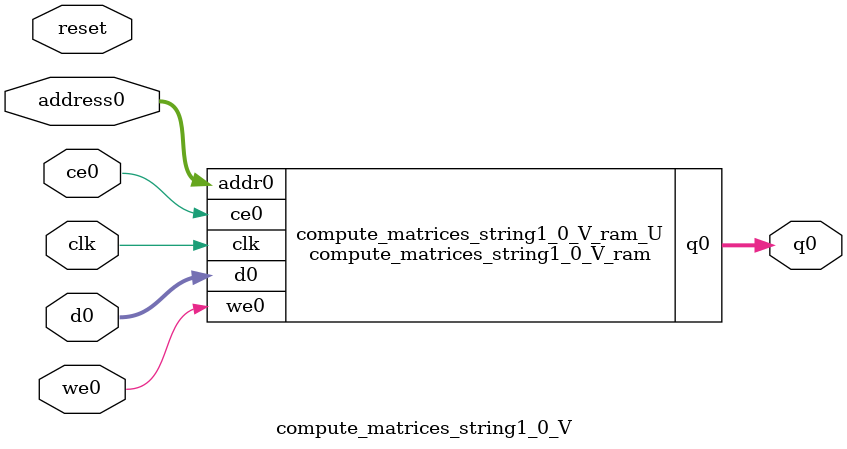
<source format=v>
`timescale 1 ns / 1 ps
module compute_matrices_string1_0_V_ram (addr0, ce0, d0, we0, q0,  clk);

parameter DWIDTH = 3;
parameter AWIDTH = 7;
parameter MEM_SIZE = 128;

input[AWIDTH-1:0] addr0;
input ce0;
input[DWIDTH-1:0] d0;
input we0;
output reg[DWIDTH-1:0] q0;
input clk;

reg [DWIDTH-1:0] ram[0:MEM_SIZE-1];




always @(posedge clk)  
begin 
    if (ce0) begin
        if (we0) 
            ram[addr0] <= d0; 
        q0 <= ram[addr0];
    end
end


endmodule

`timescale 1 ns / 1 ps
module compute_matrices_string1_0_V(
    reset,
    clk,
    address0,
    ce0,
    we0,
    d0,
    q0);

parameter DataWidth = 32'd3;
parameter AddressRange = 32'd128;
parameter AddressWidth = 32'd7;
input reset;
input clk;
input[AddressWidth - 1:0] address0;
input ce0;
input we0;
input[DataWidth - 1:0] d0;
output[DataWidth - 1:0] q0;



compute_matrices_string1_0_V_ram compute_matrices_string1_0_V_ram_U(
    .clk( clk ),
    .addr0( address0 ),
    .ce0( ce0 ),
    .we0( we0 ),
    .d0( d0 ),
    .q0( q0 ));

endmodule


</source>
